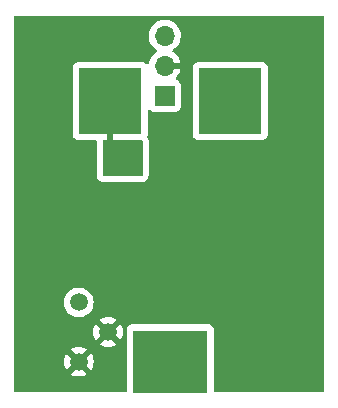
<source format=gbl>
G04 #@! TF.GenerationSoftware,KiCad,Pcbnew,(6.0.1)*
G04 #@! TF.CreationDate,2022-06-09T14:01:23-07:00*
G04 #@! TF.ProjectId,Regulator_5V_rev1_2,52656775-6c61-4746-9f72-5f35565f7265,1.2*
G04 #@! TF.SameCoordinates,Original*
G04 #@! TF.FileFunction,Copper,L2,Bot*
G04 #@! TF.FilePolarity,Positive*
%FSLAX46Y46*%
G04 Gerber Fmt 4.6, Leading zero omitted, Abs format (unit mm)*
G04 Created by KiCad (PCBNEW (6.0.1)) date 2022-06-09 14:01:23*
%MOMM*%
%LPD*%
G01*
G04 APERTURE LIST*
G04 #@! TA.AperFunction,ComponentPad*
%ADD10C,1.498600*%
G04 #@! TD*
G04 #@! TA.AperFunction,ComponentPad*
%ADD11R,1.700000X1.700000*%
G04 #@! TD*
G04 #@! TA.AperFunction,ComponentPad*
%ADD12O,1.700000X1.700000*%
G04 #@! TD*
G04 #@! TA.AperFunction,SMDPad,CuDef*
%ADD13R,5.334000X5.588000*%
G04 #@! TD*
G04 #@! TA.AperFunction,SMDPad,CuDef*
%ADD14R,6.350000X5.283200*%
G04 #@! TD*
G04 #@! TA.AperFunction,ViaPad*
%ADD15C,0.800000*%
G04 #@! TD*
G04 #@! TA.AperFunction,Conductor*
%ADD16C,1.000000*%
G04 #@! TD*
G04 APERTURE END LIST*
D10*
X135274500Y-96681000D03*
X137774500Y-99181000D03*
X135274500Y-101681000D03*
D11*
X142565000Y-79185000D03*
D12*
X142565000Y-76645000D03*
X142565000Y-74105000D03*
D13*
X137950000Y-79609000D03*
X148110000Y-79609000D03*
D14*
X143030000Y-101681600D03*
D15*
X141900000Y-87000000D03*
X142000000Y-81900000D03*
X152400000Y-88138000D03*
X131064000Y-93218000D03*
X134410000Y-76800000D03*
X145700000Y-95500000D03*
X152175000Y-101225000D03*
X152420000Y-92740000D03*
X136620000Y-89960000D03*
X144018000Y-95504000D03*
X154130000Y-83810000D03*
X131064000Y-88900000D03*
X136550000Y-94750000D03*
X140720000Y-92990000D03*
X142000000Y-84400000D03*
X154020000Y-75220000D03*
X136050000Y-84450000D03*
X138000000Y-78200000D03*
X140300000Y-85200000D03*
X138000000Y-83800000D03*
X138000000Y-85100000D03*
X139900000Y-81600000D03*
X139900000Y-79900000D03*
X137950000Y-79950000D03*
X137950000Y-81650000D03*
X139900000Y-78200000D03*
X140200000Y-83800000D03*
X146350000Y-77570000D03*
X150190000Y-77550000D03*
X150200000Y-79650000D03*
X150250000Y-81350000D03*
X147676000Y-80518000D03*
X148350000Y-77570000D03*
D16*
X137950000Y-79609000D02*
X137950000Y-79950000D01*
X137950000Y-79950000D02*
X137950000Y-81650000D01*
G04 #@! TA.AperFunction,Conductor*
G36*
X156028121Y-72428002D02*
G01*
X156074614Y-72481658D01*
X156086000Y-72534000D01*
X156086000Y-104166000D01*
X156065998Y-104234121D01*
X156012342Y-104280614D01*
X155960000Y-104292000D01*
X146839500Y-104292000D01*
X146771379Y-104271998D01*
X146724886Y-104218342D01*
X146713500Y-104166000D01*
X146713500Y-98991866D01*
X146706745Y-98929684D01*
X146655615Y-98793295D01*
X146568261Y-98676739D01*
X146451705Y-98589385D01*
X146315316Y-98538255D01*
X146253134Y-98531500D01*
X139806866Y-98531500D01*
X139744684Y-98538255D01*
X139608295Y-98589385D01*
X139491739Y-98676739D01*
X139404385Y-98793295D01*
X139353255Y-98929684D01*
X139346500Y-98991866D01*
X139346500Y-104166000D01*
X139326498Y-104234121D01*
X139272842Y-104280614D01*
X139220500Y-104292000D01*
X129926000Y-104292000D01*
X129857879Y-104271998D01*
X129811386Y-104218342D01*
X129800000Y-104166000D01*
X129800000Y-102730659D01*
X134589396Y-102730659D01*
X134598692Y-102742674D01*
X134638940Y-102770856D01*
X134648435Y-102776339D01*
X134837853Y-102864666D01*
X134848145Y-102868412D01*
X135050023Y-102922505D01*
X135060818Y-102924408D01*
X135269025Y-102942624D01*
X135279975Y-102942624D01*
X135488182Y-102924408D01*
X135498977Y-102922505D01*
X135700855Y-102868412D01*
X135711147Y-102864666D01*
X135900565Y-102776339D01*
X135910060Y-102770856D01*
X135951146Y-102742087D01*
X135959521Y-102731610D01*
X135952453Y-102718163D01*
X135287312Y-102053022D01*
X135273368Y-102045408D01*
X135271535Y-102045539D01*
X135264920Y-102049790D01*
X134595826Y-102718884D01*
X134589396Y-102730659D01*
X129800000Y-102730659D01*
X129800000Y-101686475D01*
X134012876Y-101686475D01*
X134031092Y-101894682D01*
X134032995Y-101905477D01*
X134087088Y-102107355D01*
X134090834Y-102117647D01*
X134179161Y-102307064D01*
X134184644Y-102316560D01*
X134213413Y-102357646D01*
X134223890Y-102366021D01*
X134237338Y-102358952D01*
X134902478Y-101693812D01*
X134908856Y-101682132D01*
X135638908Y-101682132D01*
X135639039Y-101683965D01*
X135643290Y-101690580D01*
X136312384Y-102359674D01*
X136324159Y-102366104D01*
X136336174Y-102356808D01*
X136364356Y-102316560D01*
X136369839Y-102307064D01*
X136458166Y-102117647D01*
X136461912Y-102107355D01*
X136516005Y-101905477D01*
X136517908Y-101894682D01*
X136536124Y-101686475D01*
X136536124Y-101675525D01*
X136517908Y-101467318D01*
X136516005Y-101456523D01*
X136461912Y-101254645D01*
X136458166Y-101244353D01*
X136369839Y-101054936D01*
X136364356Y-101045440D01*
X136335587Y-101004354D01*
X136325110Y-100995979D01*
X136311662Y-101003048D01*
X135646522Y-101668188D01*
X135638908Y-101682132D01*
X134908856Y-101682132D01*
X134910092Y-101679868D01*
X134909961Y-101678035D01*
X134905710Y-101671420D01*
X134236616Y-101002326D01*
X134224841Y-100995896D01*
X134212826Y-101005192D01*
X134184644Y-101045440D01*
X134179161Y-101054936D01*
X134090834Y-101244353D01*
X134087088Y-101254645D01*
X134032995Y-101456523D01*
X134031092Y-101467318D01*
X134012876Y-101675525D01*
X134012876Y-101686475D01*
X129800000Y-101686475D01*
X129800000Y-100630390D01*
X134589479Y-100630390D01*
X134596548Y-100643838D01*
X135261688Y-101308978D01*
X135275632Y-101316592D01*
X135277465Y-101316461D01*
X135284080Y-101312210D01*
X135953174Y-100643116D01*
X135959604Y-100631341D01*
X135950308Y-100619326D01*
X135910060Y-100591144D01*
X135900565Y-100585661D01*
X135711147Y-100497334D01*
X135700855Y-100493588D01*
X135498977Y-100439495D01*
X135488182Y-100437592D01*
X135279975Y-100419376D01*
X135269025Y-100419376D01*
X135060818Y-100437592D01*
X135050023Y-100439495D01*
X134848145Y-100493588D01*
X134837853Y-100497334D01*
X134648436Y-100585661D01*
X134638940Y-100591144D01*
X134597854Y-100619913D01*
X134589479Y-100630390D01*
X129800000Y-100630390D01*
X129800000Y-100230659D01*
X137089396Y-100230659D01*
X137098692Y-100242674D01*
X137138940Y-100270856D01*
X137148435Y-100276339D01*
X137337853Y-100364666D01*
X137348145Y-100368412D01*
X137550023Y-100422505D01*
X137560818Y-100424408D01*
X137769025Y-100442624D01*
X137779975Y-100442624D01*
X137988182Y-100424408D01*
X137998977Y-100422505D01*
X138200855Y-100368412D01*
X138211147Y-100364666D01*
X138400565Y-100276339D01*
X138410060Y-100270856D01*
X138451146Y-100242087D01*
X138459521Y-100231610D01*
X138452453Y-100218163D01*
X137787312Y-99553022D01*
X137773368Y-99545408D01*
X137771535Y-99545539D01*
X137764920Y-99549790D01*
X137095826Y-100218884D01*
X137089396Y-100230659D01*
X129800000Y-100230659D01*
X129800000Y-99186475D01*
X136512876Y-99186475D01*
X136531092Y-99394682D01*
X136532995Y-99405477D01*
X136587088Y-99607355D01*
X136590834Y-99617647D01*
X136679161Y-99807064D01*
X136684644Y-99816560D01*
X136713413Y-99857646D01*
X136723890Y-99866021D01*
X136737338Y-99858952D01*
X137402478Y-99193812D01*
X137408856Y-99182132D01*
X138138908Y-99182132D01*
X138139039Y-99183965D01*
X138143290Y-99190580D01*
X138812384Y-99859674D01*
X138824159Y-99866104D01*
X138836174Y-99856808D01*
X138864356Y-99816560D01*
X138869839Y-99807064D01*
X138958166Y-99617647D01*
X138961912Y-99607355D01*
X139016005Y-99405477D01*
X139017908Y-99394682D01*
X139036124Y-99186475D01*
X139036124Y-99175525D01*
X139017908Y-98967318D01*
X139016005Y-98956523D01*
X138961912Y-98754645D01*
X138958166Y-98744353D01*
X138869839Y-98554936D01*
X138864356Y-98545440D01*
X138835587Y-98504354D01*
X138825110Y-98495979D01*
X138811662Y-98503048D01*
X138146522Y-99168188D01*
X138138908Y-99182132D01*
X137408856Y-99182132D01*
X137410092Y-99179868D01*
X137409961Y-99178035D01*
X137405710Y-99171420D01*
X136736616Y-98502326D01*
X136724841Y-98495896D01*
X136712826Y-98505192D01*
X136684644Y-98545440D01*
X136679161Y-98554936D01*
X136590834Y-98744353D01*
X136587088Y-98754645D01*
X136532995Y-98956523D01*
X136531092Y-98967318D01*
X136512876Y-99175525D01*
X136512876Y-99186475D01*
X129800000Y-99186475D01*
X129800000Y-98130390D01*
X137089479Y-98130390D01*
X137096548Y-98143838D01*
X137761688Y-98808978D01*
X137775632Y-98816592D01*
X137777465Y-98816461D01*
X137784080Y-98812210D01*
X138453174Y-98143116D01*
X138459604Y-98131341D01*
X138450308Y-98119326D01*
X138410060Y-98091144D01*
X138400565Y-98085661D01*
X138211147Y-97997334D01*
X138200855Y-97993588D01*
X137998977Y-97939495D01*
X137988182Y-97937592D01*
X137779975Y-97919376D01*
X137769025Y-97919376D01*
X137560818Y-97937592D01*
X137550023Y-97939495D01*
X137348145Y-97993588D01*
X137337853Y-97997334D01*
X137148436Y-98085661D01*
X137138940Y-98091144D01*
X137097854Y-98119913D01*
X137089479Y-98130390D01*
X129800000Y-98130390D01*
X129800000Y-96681000D01*
X134011895Y-96681000D01*
X134031077Y-96900249D01*
X134088039Y-97112836D01*
X134181052Y-97312302D01*
X134307288Y-97492587D01*
X134462913Y-97648212D01*
X134467421Y-97651369D01*
X134467424Y-97651371D01*
X134638688Y-97771291D01*
X134643197Y-97774448D01*
X134648179Y-97776771D01*
X134648184Y-97776774D01*
X134837682Y-97865138D01*
X134842664Y-97867461D01*
X134847972Y-97868883D01*
X134847974Y-97868884D01*
X135049936Y-97922999D01*
X135049937Y-97922999D01*
X135055251Y-97924423D01*
X135274500Y-97943605D01*
X135493749Y-97924423D01*
X135499063Y-97922999D01*
X135499064Y-97922999D01*
X135701026Y-97868884D01*
X135701028Y-97868883D01*
X135706336Y-97867461D01*
X135711318Y-97865138D01*
X135900816Y-97776774D01*
X135900821Y-97776771D01*
X135905803Y-97774448D01*
X135910312Y-97771291D01*
X136081576Y-97651371D01*
X136081579Y-97651369D01*
X136086087Y-97648212D01*
X136241712Y-97492587D01*
X136367948Y-97312302D01*
X136460961Y-97112836D01*
X136517923Y-96900249D01*
X136537105Y-96681000D01*
X136517923Y-96461751D01*
X136460961Y-96249164D01*
X136367948Y-96049698D01*
X136241712Y-95869413D01*
X136086087Y-95713788D01*
X136081579Y-95710631D01*
X136081576Y-95710629D01*
X135910312Y-95590709D01*
X135910309Y-95590707D01*
X135905803Y-95587552D01*
X135900821Y-95585229D01*
X135900816Y-95585226D01*
X135711318Y-95496862D01*
X135711317Y-95496861D01*
X135706336Y-95494539D01*
X135701028Y-95493117D01*
X135701026Y-95493116D01*
X135499064Y-95439001D01*
X135499063Y-95439001D01*
X135493749Y-95437577D01*
X135274500Y-95418395D01*
X135055251Y-95437577D01*
X135049937Y-95439001D01*
X135049936Y-95439001D01*
X134847974Y-95493116D01*
X134847972Y-95493117D01*
X134842664Y-95494539D01*
X134837684Y-95496861D01*
X134837682Y-95496862D01*
X134648179Y-95585229D01*
X134648176Y-95585231D01*
X134643198Y-95587552D01*
X134462913Y-95713788D01*
X134307288Y-95869413D01*
X134181052Y-96049698D01*
X134088039Y-96249164D01*
X134031077Y-96461751D01*
X134011895Y-96681000D01*
X129800000Y-96681000D01*
X129800000Y-82451134D01*
X134774500Y-82451134D01*
X134781255Y-82513316D01*
X134832385Y-82649705D01*
X134919739Y-82766261D01*
X135036295Y-82853615D01*
X135172684Y-82904745D01*
X135234866Y-82911500D01*
X136666000Y-82911500D01*
X136734121Y-82931502D01*
X136780614Y-82985158D01*
X136792000Y-83037500D01*
X136792000Y-85874000D01*
X136803609Y-85981980D01*
X136814995Y-86034322D01*
X136849293Y-86137372D01*
X136927465Y-86259010D01*
X136973958Y-86312666D01*
X136977352Y-86315607D01*
X137000786Y-86335913D01*
X137083234Y-86407355D01*
X137214760Y-86467421D01*
X137238514Y-86474396D01*
X137278558Y-86486154D01*
X137278562Y-86486155D01*
X137282881Y-86487423D01*
X137287329Y-86488063D01*
X137287336Y-86488064D01*
X137421552Y-86507361D01*
X137421559Y-86507362D01*
X137426000Y-86508000D01*
X140574000Y-86508000D01*
X140681980Y-86496391D01*
X140685264Y-86495677D01*
X140685268Y-86495676D01*
X140710339Y-86490222D01*
X140734322Y-86485005D01*
X140837372Y-86450707D01*
X140959010Y-86372535D01*
X141012666Y-86326042D01*
X141024257Y-86312666D01*
X141101453Y-86223577D01*
X141107355Y-86216766D01*
X141167421Y-86085240D01*
X141187423Y-86017119D01*
X141188064Y-86012664D01*
X141207361Y-85878448D01*
X141207362Y-85878441D01*
X141208000Y-85874000D01*
X141208000Y-85258973D01*
X141208690Y-85245803D01*
X141212814Y-85206565D01*
X141213504Y-85200000D01*
X141208690Y-85154197D01*
X141208000Y-85141027D01*
X141208000Y-83036999D01*
X141196391Y-82929019D01*
X141185005Y-82876677D01*
X141150707Y-82773627D01*
X141103057Y-82699482D01*
X141083055Y-82631361D01*
X141091073Y-82587132D01*
X141115971Y-82520718D01*
X141115973Y-82520711D01*
X141118745Y-82513316D01*
X141125500Y-82451134D01*
X144934500Y-82451134D01*
X144941255Y-82513316D01*
X144992385Y-82649705D01*
X145079739Y-82766261D01*
X145196295Y-82853615D01*
X145332684Y-82904745D01*
X145394866Y-82911500D01*
X150825134Y-82911500D01*
X150887316Y-82904745D01*
X151023705Y-82853615D01*
X151140261Y-82766261D01*
X151227615Y-82649705D01*
X151278745Y-82513316D01*
X151285500Y-82451134D01*
X151285500Y-76766866D01*
X151278745Y-76704684D01*
X151227615Y-76568295D01*
X151140261Y-76451739D01*
X151023705Y-76364385D01*
X150887316Y-76313255D01*
X150825134Y-76306500D01*
X145394866Y-76306500D01*
X145332684Y-76313255D01*
X145196295Y-76364385D01*
X145079739Y-76451739D01*
X144992385Y-76568295D01*
X144941255Y-76704684D01*
X144934500Y-76766866D01*
X144934500Y-82451134D01*
X141125500Y-82451134D01*
X141125500Y-80474413D01*
X141145502Y-80406292D01*
X141199158Y-80359799D01*
X141269432Y-80349695D01*
X141334012Y-80379189D01*
X141340595Y-80385318D01*
X141346358Y-80391081D01*
X141351739Y-80398261D01*
X141468295Y-80485615D01*
X141604684Y-80536745D01*
X141666866Y-80543500D01*
X143463134Y-80543500D01*
X143525316Y-80536745D01*
X143661705Y-80485615D01*
X143778261Y-80398261D01*
X143865615Y-80281705D01*
X143916745Y-80145316D01*
X143923500Y-80083134D01*
X143923500Y-78286866D01*
X143916745Y-78224684D01*
X143865615Y-78088295D01*
X143778261Y-77971739D01*
X143661705Y-77884385D01*
X143542687Y-77839767D01*
X143485923Y-77797125D01*
X143461223Y-77730564D01*
X143476430Y-77661215D01*
X143497977Y-77632535D01*
X143599052Y-77531812D01*
X143605730Y-77523965D01*
X143730003Y-77351020D01*
X143735313Y-77342183D01*
X143829670Y-77151267D01*
X143833469Y-77141672D01*
X143895377Y-76937910D01*
X143897555Y-76927837D01*
X143898986Y-76916962D01*
X143896775Y-76902778D01*
X143883617Y-76899000D01*
X142437000Y-76899000D01*
X142368879Y-76878998D01*
X142322386Y-76825342D01*
X142311000Y-76773000D01*
X142311000Y-76517000D01*
X142331002Y-76448879D01*
X142384658Y-76402386D01*
X142437000Y-76391000D01*
X143883344Y-76391000D01*
X143896875Y-76387027D01*
X143898180Y-76377947D01*
X143856214Y-76210875D01*
X143852894Y-76201124D01*
X143767972Y-76005814D01*
X143763105Y-75996739D01*
X143647426Y-75817926D01*
X143641136Y-75809757D01*
X143497806Y-75652240D01*
X143490273Y-75645215D01*
X143323139Y-75513222D01*
X143314556Y-75507520D01*
X143277602Y-75487120D01*
X143227631Y-75436687D01*
X143212859Y-75367245D01*
X143237975Y-75300839D01*
X143265327Y-75274232D01*
X143288797Y-75257491D01*
X143444860Y-75146173D01*
X143603096Y-74988489D01*
X143662594Y-74905689D01*
X143730435Y-74811277D01*
X143733453Y-74807077D01*
X143832430Y-74606811D01*
X143897370Y-74393069D01*
X143926529Y-74171590D01*
X143928156Y-74105000D01*
X143909852Y-73882361D01*
X143855431Y-73665702D01*
X143766354Y-73460840D01*
X143645014Y-73273277D01*
X143494670Y-73108051D01*
X143490619Y-73104852D01*
X143490615Y-73104848D01*
X143323414Y-72972800D01*
X143323410Y-72972798D01*
X143319359Y-72969598D01*
X143123789Y-72861638D01*
X143118920Y-72859914D01*
X143118916Y-72859912D01*
X142918087Y-72788795D01*
X142918083Y-72788794D01*
X142913212Y-72787069D01*
X142908119Y-72786162D01*
X142908116Y-72786161D01*
X142698373Y-72748800D01*
X142698367Y-72748799D01*
X142693284Y-72747894D01*
X142619452Y-72746992D01*
X142475081Y-72745228D01*
X142475079Y-72745228D01*
X142469911Y-72745165D01*
X142249091Y-72778955D01*
X142036756Y-72848357D01*
X141838607Y-72951507D01*
X141834474Y-72954610D01*
X141834471Y-72954612D01*
X141810247Y-72972800D01*
X141659965Y-73085635D01*
X141505629Y-73247138D01*
X141379743Y-73431680D01*
X141285688Y-73634305D01*
X141225989Y-73849570D01*
X141202251Y-74071695D01*
X141202548Y-74076848D01*
X141202548Y-74076851D01*
X141208011Y-74171590D01*
X141215110Y-74294715D01*
X141216247Y-74299761D01*
X141216248Y-74299767D01*
X141236119Y-74387939D01*
X141264222Y-74512639D01*
X141348266Y-74719616D01*
X141464987Y-74910088D01*
X141611250Y-75078938D01*
X141783126Y-75221632D01*
X141856955Y-75264774D01*
X141905679Y-75316412D01*
X141918750Y-75386195D01*
X141892019Y-75451967D01*
X141851562Y-75485327D01*
X141843457Y-75489546D01*
X141834738Y-75495036D01*
X141664433Y-75622905D01*
X141656726Y-75629748D01*
X141509590Y-75783717D01*
X141503104Y-75791727D01*
X141383098Y-75967649D01*
X141378000Y-75976623D01*
X141288338Y-76169783D01*
X141284775Y-76179470D01*
X141227864Y-76384681D01*
X141225933Y-76394801D01*
X141223982Y-76413057D01*
X141196854Y-76478667D01*
X141138562Y-76519195D01*
X141067612Y-76521774D01*
X141006531Y-76485585D01*
X140997874Y-76475240D01*
X140980261Y-76451739D01*
X140863705Y-76364385D01*
X140727316Y-76313255D01*
X140665134Y-76306500D01*
X135234866Y-76306500D01*
X135172684Y-76313255D01*
X135036295Y-76364385D01*
X134919739Y-76451739D01*
X134832385Y-76568295D01*
X134781255Y-76704684D01*
X134774500Y-76766866D01*
X134774500Y-82451134D01*
X129800000Y-82451134D01*
X129800000Y-72534000D01*
X129820002Y-72465879D01*
X129873658Y-72419386D01*
X129926000Y-72408000D01*
X155960000Y-72408000D01*
X156028121Y-72428002D01*
G37*
G04 #@! TD.AperFunction*
G04 #@! TA.AperFunction,Conductor*
G36*
X138146121Y-79375002D02*
G01*
X138192614Y-79428658D01*
X138204000Y-79481000D01*
X138204000Y-82892885D01*
X138208475Y-82908124D01*
X138209865Y-82909329D01*
X138217548Y-82911000D01*
X140574000Y-82910999D01*
X140642121Y-82931001D01*
X140688614Y-82984657D01*
X140700000Y-83036999D01*
X140700000Y-85874000D01*
X140679998Y-85942121D01*
X140626342Y-85988614D01*
X140574000Y-86000000D01*
X137426000Y-86000000D01*
X137357879Y-85979998D01*
X137311386Y-85926342D01*
X137300000Y-85874000D01*
X137300000Y-83037000D01*
X137320002Y-82968879D01*
X137373658Y-82922386D01*
X137426000Y-82911000D01*
X137677885Y-82911000D01*
X137693124Y-82906525D01*
X137694329Y-82905135D01*
X137696000Y-82897452D01*
X137696000Y-79481000D01*
X137716002Y-79412879D01*
X137769658Y-79366386D01*
X137822000Y-79355000D01*
X138078000Y-79355000D01*
X138146121Y-79375002D01*
G37*
G04 #@! TD.AperFunction*
M02*

</source>
